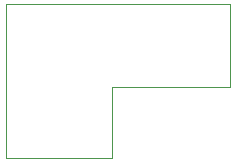
<source format=gm1>
G04 #@! TF.GenerationSoftware,KiCad,Pcbnew,9.0.5*
G04 #@! TF.CreationDate,2025-10-10T22:49:18+02:00*
G04 #@! TF.ProjectId,door_clutch,646f6f72-5f63-46c7-9574-63682e6b6963,rev?*
G04 #@! TF.SameCoordinates,Original*
G04 #@! TF.FileFunction,Profile,NP*
%FSLAX46Y46*%
G04 Gerber Fmt 4.6, Leading zero omitted, Abs format (unit mm)*
G04 Created by KiCad (PCBNEW 9.0.5) date 2025-10-10 22:49:18*
%MOMM*%
%LPD*%
G01*
G04 APERTURE LIST*
G04 #@! TA.AperFunction,Profile*
%ADD10C,0.050000*%
G04 #@! TD*
G04 APERTURE END LIST*
D10*
X112100000Y-84100000D02*
X112100000Y-77100000D01*
X102100000Y-84100000D02*
X112100000Y-84100000D01*
X93100000Y-90100000D02*
X102100000Y-90100000D01*
X93100000Y-77100000D02*
X93100000Y-90100000D01*
X93100000Y-77100000D02*
X112100000Y-77100000D01*
X102100000Y-90100000D02*
X102100000Y-84100000D01*
M02*

</source>
